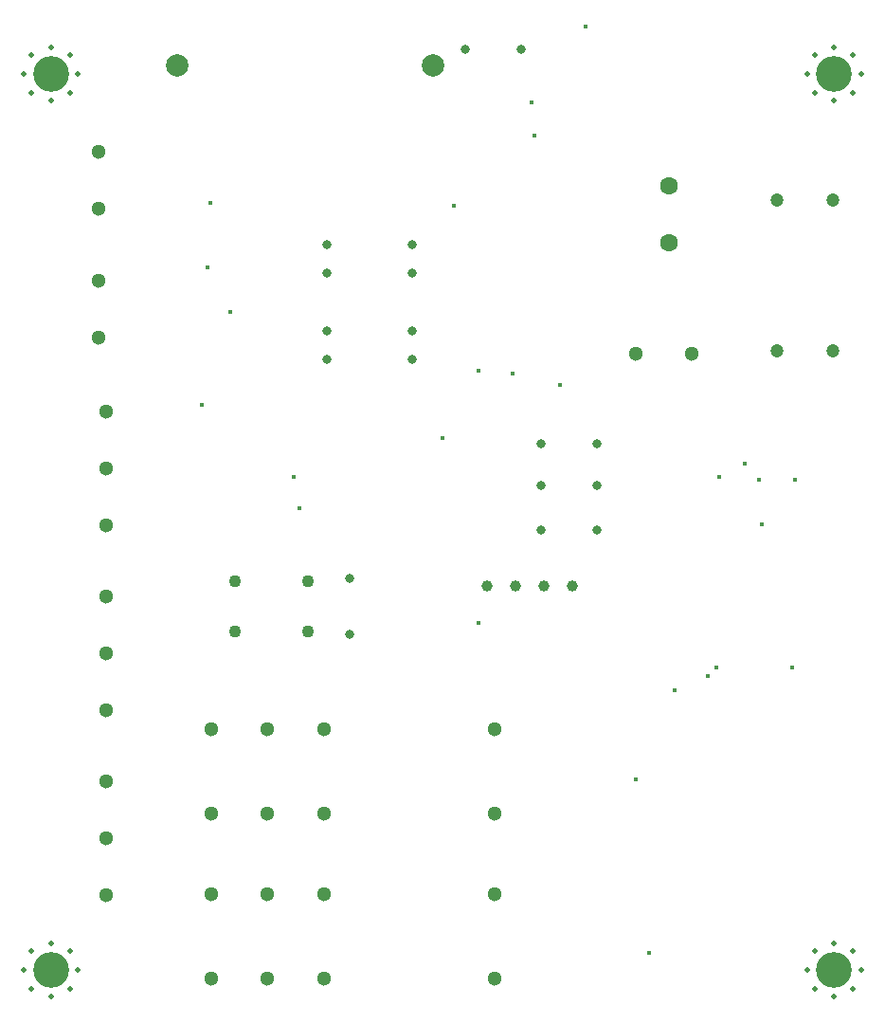
<source format=gbr>
%TF.GenerationSoftware,KiCad,Pcbnew,7.0.2*%
%TF.CreationDate,2024-04-28T14:33:42+04:00*%
%TF.ProjectId,Hope,486f7065-2e6b-4696-9361-645f70636258,rev?*%
%TF.SameCoordinates,Original*%
%TF.FileFunction,Plated,1,2,PTH,Drill*%
%TF.FilePolarity,Positive*%
%FSLAX46Y46*%
G04 Gerber Fmt 4.6, Leading zero omitted, Abs format (unit mm)*
G04 Created by KiCad (PCBNEW 7.0.2) date 2024-04-28 14:33:42*
%MOMM*%
%LPD*%
G01*
G04 APERTURE LIST*
%TA.AperFunction,ViaDrill*%
%ADD10C,0.400000*%
%TD*%
%TA.AperFunction,ComponentDrill*%
%ADD11C,0.500000*%
%TD*%
%TA.AperFunction,ComponentDrill*%
%ADD12C,0.800000*%
%TD*%
%TA.AperFunction,ComponentDrill*%
%ADD13C,1.000000*%
%TD*%
%TA.AperFunction,ComponentDrill*%
%ADD14C,1.100000*%
%TD*%
%TA.AperFunction,ComponentDrill*%
%ADD15C,1.200000*%
%TD*%
%TA.AperFunction,ComponentDrill*%
%ADD16C,1.300000*%
%TD*%
%TA.AperFunction,ComponentDrill*%
%ADD17C,1.600000*%
%TD*%
%TA.AperFunction,ComponentDrill*%
%ADD18C,2.000000*%
%TD*%
%TA.AperFunction,ComponentDrill*%
%ADD19C,3.200000*%
%TD*%
G04 APERTURE END LIST*
D10*
X108500000Y-94500000D03*
X109000000Y-82250000D03*
X109250000Y-76500000D03*
X111000000Y-86250000D03*
X116750000Y-101000000D03*
X117250000Y-103750000D03*
X130000000Y-97500000D03*
X131000000Y-76750000D03*
X133250000Y-91500000D03*
X133250000Y-114000000D03*
X136250000Y-91750000D03*
X138000000Y-67500000D03*
X138250000Y-70500000D03*
X140500000Y-92750000D03*
X142750000Y-60750000D03*
X147250000Y-128000000D03*
X148500000Y-143500000D03*
X150750000Y-120000000D03*
X153750000Y-118750000D03*
X154500000Y-118000000D03*
X154750000Y-101000000D03*
X157000000Y-99750000D03*
X158250000Y-101250000D03*
X158500000Y-105250000D03*
X161250000Y-118000000D03*
X161500000Y-101250000D03*
D11*
%TO.C,H1*%
X92600000Y-65000000D03*
%TO.C,H4*%
X92600000Y-145000000D03*
%TO.C,H1*%
X93302944Y-63302944D03*
X93302944Y-66697056D03*
%TO.C,H4*%
X93302944Y-143302944D03*
X93302944Y-146697056D03*
%TO.C,H1*%
X95000000Y-62600000D03*
X95000000Y-67400000D03*
%TO.C,H4*%
X95000000Y-142600000D03*
X95000000Y-147400000D03*
%TO.C,H1*%
X96697056Y-63302944D03*
X96697056Y-66697056D03*
%TO.C,H4*%
X96697056Y-143302944D03*
X96697056Y-146697056D03*
%TO.C,H1*%
X97400000Y-65000000D03*
%TO.C,H4*%
X97400000Y-145000000D03*
%TO.C,H2*%
X162600000Y-65000000D03*
%TO.C,H3*%
X162600000Y-145000000D03*
%TO.C,H2*%
X163302944Y-63302944D03*
X163302944Y-66697056D03*
%TO.C,H3*%
X163302944Y-143302944D03*
X163302944Y-146697056D03*
%TO.C,H2*%
X165000000Y-62600000D03*
X165000000Y-67400000D03*
%TO.C,H3*%
X165000000Y-142600000D03*
X165000000Y-147400000D03*
%TO.C,H2*%
X166697056Y-63302944D03*
X166697056Y-66697056D03*
%TO.C,H3*%
X166697056Y-143302944D03*
X166697056Y-146697056D03*
%TO.C,H2*%
X167400000Y-65000000D03*
%TO.C,H3*%
X167400000Y-145000000D03*
D12*
%TO.C,U4*%
X119700000Y-80225000D03*
X119700000Y-82765000D03*
%TO.C,U5*%
X119700000Y-87975000D03*
X119700000Y-90515000D03*
%TO.C,C12*%
X121750000Y-110000000D03*
X121750000Y-115000000D03*
%TO.C,U4*%
X127320000Y-80225000D03*
X127320000Y-82765000D03*
%TO.C,U5*%
X127320000Y-87975000D03*
X127320000Y-90515000D03*
%TO.C,C5*%
X132000000Y-62750000D03*
X137000000Y-62750000D03*
%TO.C,C8*%
X138770000Y-98000000D03*
%TO.C,C11*%
X138770000Y-101750000D03*
%TO.C,C9*%
X138770000Y-105750000D03*
%TO.C,C8*%
X143770000Y-98000000D03*
%TO.C,C11*%
X143770000Y-101750000D03*
%TO.C,C9*%
X143770000Y-105750000D03*
D13*
%TO.C,J1*%
X133950000Y-110750000D03*
X136490000Y-110750000D03*
X139030000Y-110750000D03*
X141570000Y-110750000D03*
D14*
%TO.C,SW1*%
X111500000Y-110250000D03*
X111500000Y-114750000D03*
X118000000Y-110250000D03*
X118000000Y-114750000D03*
D15*
%TO.C,C1*%
X159926041Y-76250000D03*
%TO.C,C6*%
X159926041Y-89750000D03*
%TO.C,C1*%
X164926041Y-76250000D03*
%TO.C,C6*%
X164926041Y-89750000D03*
D16*
%TO.C,J4*%
X99250000Y-71955000D03*
X99250000Y-77035000D03*
%TO.C,J2*%
X99250000Y-83455000D03*
X99250000Y-88535000D03*
%TO.C,J3*%
X99950000Y-95165000D03*
X99950000Y-100245000D03*
X99950000Y-105325000D03*
%TO.C,J5*%
X99950000Y-111665000D03*
X99950000Y-116745000D03*
X99950000Y-121825000D03*
%TO.C,J6*%
X99950000Y-128165000D03*
X99950000Y-133245000D03*
X99950000Y-138325000D03*
%TO.C,K1*%
X109310000Y-123500000D03*
X109310000Y-131000000D03*
%TO.C,K2*%
X109310000Y-138250000D03*
X109310000Y-145750000D03*
%TO.C,K1*%
X114350000Y-123500000D03*
X114350000Y-131000000D03*
%TO.C,K2*%
X114350000Y-138250000D03*
X114350000Y-145750000D03*
%TO.C,K1*%
X119390000Y-123500000D03*
X119390000Y-131000000D03*
%TO.C,K2*%
X119390000Y-138250000D03*
X119390000Y-145750000D03*
%TO.C,K1*%
X134650000Y-123500000D03*
X134650000Y-131000000D03*
%TO.C,K2*%
X134650000Y-138250000D03*
X134650000Y-145750000D03*
%TO.C,L1*%
X147250000Y-90000000D03*
X152250000Y-90000000D03*
D17*
%TO.C,D3*%
X150250000Y-74960000D03*
X150250000Y-80040000D03*
D18*
%TO.C,F1*%
X106300000Y-64250000D03*
X129200000Y-64250000D03*
D19*
%TO.C,H1*%
X95000000Y-65000000D03*
%TO.C,H4*%
X95000000Y-145000000D03*
%TO.C,H2*%
X165000000Y-65000000D03*
%TO.C,H3*%
X165000000Y-145000000D03*
M02*

</source>
